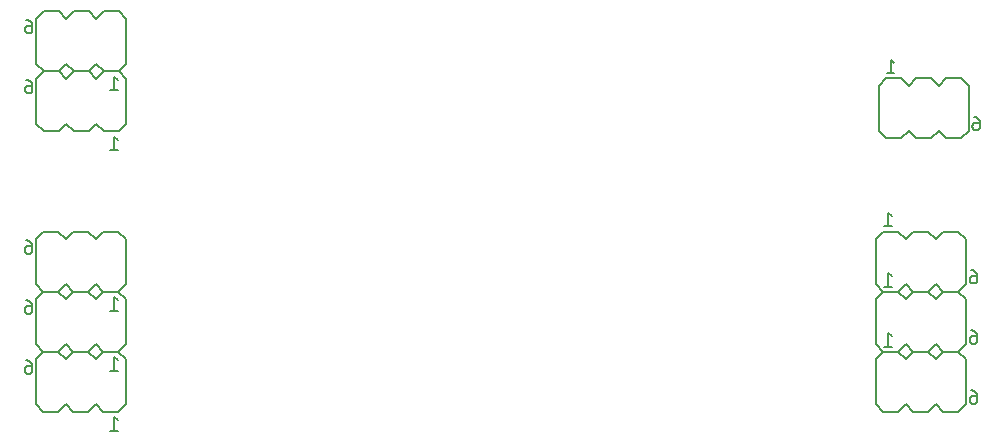
<source format=gbo>
G75*
%MOIN*%
%OFA0B0*%
%FSLAX25Y25*%
%IPPOS*%
%LPD*%
%AMOC8*
5,1,8,0,0,1.08239X$1,22.5*
%
%ADD10C,0.00600*%
%ADD11C,0.00500*%
D10*
X0009167Y0098500D02*
X0014167Y0098500D01*
X0016667Y0101000D01*
X0019167Y0098500D01*
X0024167Y0098500D01*
X0026667Y0101000D01*
X0029167Y0098500D01*
X0034167Y0098500D01*
X0036667Y0101000D01*
X0036667Y0116000D01*
X0034167Y0118500D01*
X0029167Y0118500D01*
X0026667Y0116000D01*
X0024167Y0118500D01*
X0019167Y0118500D01*
X0016667Y0116000D01*
X0014167Y0118500D01*
X0009167Y0118500D01*
X0006667Y0116000D01*
X0006667Y0101000D01*
X0009167Y0098500D01*
X0009167Y0118500D02*
X0014167Y0118500D01*
X0016667Y0121000D01*
X0019167Y0118500D01*
X0024167Y0118500D01*
X0026667Y0121000D01*
X0029167Y0118500D01*
X0034167Y0118500D01*
X0036667Y0121000D01*
X0036667Y0136000D01*
X0034167Y0138500D01*
X0029167Y0138500D01*
X0026667Y0141000D01*
X0024167Y0138500D01*
X0019167Y0138500D01*
X0016667Y0141000D01*
X0014167Y0138500D01*
X0009167Y0138500D01*
X0006667Y0141000D01*
X0006667Y0156000D01*
X0009167Y0158500D01*
X0014167Y0158500D01*
X0016667Y0156000D01*
X0019167Y0158500D01*
X0024167Y0158500D01*
X0026667Y0156000D01*
X0029167Y0158500D01*
X0034167Y0158500D01*
X0036667Y0156000D01*
X0036667Y0141000D01*
X0034167Y0138500D01*
X0029167Y0138500D01*
X0026667Y0136000D01*
X0024167Y0138500D01*
X0019167Y0138500D01*
X0016667Y0136000D01*
X0014167Y0138500D01*
X0009167Y0138500D01*
X0006667Y0136000D01*
X0006667Y0121000D01*
X0009167Y0118500D01*
X0009267Y0192000D02*
X0014267Y0192000D01*
X0016767Y0194500D01*
X0019267Y0192000D01*
X0024267Y0192000D01*
X0026767Y0194500D01*
X0029267Y0192000D01*
X0034267Y0192000D01*
X0036767Y0194500D01*
X0036767Y0209500D01*
X0034267Y0212000D01*
X0029267Y0212000D01*
X0026767Y0214500D01*
X0024267Y0212000D01*
X0019267Y0212000D01*
X0016767Y0214500D01*
X0014267Y0212000D01*
X0009267Y0212000D01*
X0006767Y0214500D01*
X0006767Y0229500D01*
X0009267Y0232000D01*
X0014267Y0232000D01*
X0016767Y0229500D01*
X0019267Y0232000D01*
X0024267Y0232000D01*
X0026767Y0229500D01*
X0029267Y0232000D01*
X0034267Y0232000D01*
X0036767Y0229500D01*
X0036767Y0214500D01*
X0034267Y0212000D01*
X0029267Y0212000D01*
X0026767Y0209500D01*
X0024267Y0212000D01*
X0019267Y0212000D01*
X0016767Y0209500D01*
X0014267Y0212000D01*
X0009267Y0212000D01*
X0006767Y0209500D01*
X0006767Y0194500D01*
X0009267Y0192000D01*
X0287567Y0192200D02*
X0287567Y0207200D01*
X0290067Y0209700D01*
X0295067Y0209700D01*
X0297567Y0207200D01*
X0300067Y0209700D01*
X0305067Y0209700D01*
X0307567Y0207200D01*
X0310067Y0209700D01*
X0315067Y0209700D01*
X0317567Y0207200D01*
X0317567Y0192200D01*
X0315067Y0189700D01*
X0310067Y0189700D01*
X0307567Y0192200D01*
X0305067Y0189700D01*
X0300067Y0189700D01*
X0297567Y0192200D01*
X0295067Y0189700D01*
X0290067Y0189700D01*
X0287567Y0192200D01*
X0289167Y0158600D02*
X0294167Y0158600D01*
X0296667Y0156100D01*
X0299167Y0158600D01*
X0304167Y0158600D01*
X0306667Y0156100D01*
X0309167Y0158600D01*
X0314167Y0158600D01*
X0316667Y0156100D01*
X0316667Y0141100D01*
X0314167Y0138600D01*
X0309167Y0138600D01*
X0306667Y0141100D01*
X0304167Y0138600D01*
X0299167Y0138600D01*
X0296667Y0141100D01*
X0294167Y0138600D01*
X0289167Y0138600D01*
X0286667Y0141100D01*
X0286667Y0156100D01*
X0289167Y0158600D01*
X0289167Y0138500D02*
X0294167Y0138500D01*
X0296667Y0136000D01*
X0299167Y0138500D01*
X0304167Y0138500D01*
X0306667Y0136000D01*
X0309167Y0138500D01*
X0314167Y0138500D01*
X0316667Y0136000D01*
X0316667Y0121000D01*
X0314167Y0118500D01*
X0309167Y0118500D01*
X0306667Y0121000D01*
X0304167Y0118500D01*
X0299167Y0118500D01*
X0296667Y0121000D01*
X0294167Y0118500D01*
X0289167Y0118500D01*
X0286667Y0121000D01*
X0286667Y0136000D01*
X0289167Y0138500D01*
X0289167Y0118500D02*
X0294167Y0118500D01*
X0296667Y0116000D01*
X0299167Y0118500D01*
X0304167Y0118500D01*
X0306667Y0116000D01*
X0309167Y0118500D01*
X0314167Y0118500D01*
X0316667Y0116000D01*
X0316667Y0101000D01*
X0314167Y0098500D01*
X0309167Y0098500D01*
X0306667Y0101000D01*
X0304167Y0098500D01*
X0299167Y0098500D01*
X0296667Y0101000D01*
X0294167Y0098500D01*
X0289167Y0098500D01*
X0286667Y0101000D01*
X0286667Y0116000D01*
X0289167Y0118500D01*
D11*
X0033917Y0092250D02*
X0031417Y0092250D01*
X0032667Y0092250D02*
X0032667Y0096750D01*
X0033917Y0095750D01*
X0033917Y0112250D02*
X0031417Y0112250D01*
X0032667Y0112250D02*
X0032667Y0116750D01*
X0033917Y0115750D01*
X0033917Y0132250D02*
X0031417Y0132250D01*
X0032667Y0132250D02*
X0032667Y0136750D01*
X0033917Y0135750D01*
X0005417Y0133750D02*
X0005417Y0132500D01*
X0005417Y0133750D02*
X0003917Y0133750D01*
X0005417Y0133750D02*
X0005415Y0133837D01*
X0005409Y0133924D01*
X0005400Y0134011D01*
X0005387Y0134097D01*
X0005370Y0134183D01*
X0005349Y0134268D01*
X0005324Y0134351D01*
X0005296Y0134434D01*
X0005265Y0134515D01*
X0005230Y0134595D01*
X0005191Y0134673D01*
X0005149Y0134750D01*
X0005104Y0134825D01*
X0005055Y0134897D01*
X0005004Y0134968D01*
X0004949Y0135036D01*
X0004892Y0135101D01*
X0004831Y0135164D01*
X0004768Y0135225D01*
X0004703Y0135282D01*
X0004635Y0135337D01*
X0004564Y0135388D01*
X0004492Y0135437D01*
X0004417Y0135482D01*
X0004340Y0135524D01*
X0004262Y0135563D01*
X0004182Y0135598D01*
X0004101Y0135629D01*
X0004018Y0135657D01*
X0003935Y0135682D01*
X0003850Y0135703D01*
X0003764Y0135720D01*
X0003678Y0135733D01*
X0003591Y0135742D01*
X0003504Y0135748D01*
X0003417Y0135750D01*
X0003917Y0133750D02*
X0003857Y0133748D01*
X0003796Y0133743D01*
X0003737Y0133734D01*
X0003678Y0133721D01*
X0003619Y0133705D01*
X0003562Y0133685D01*
X0003507Y0133662D01*
X0003452Y0133635D01*
X0003400Y0133606D01*
X0003349Y0133573D01*
X0003300Y0133537D01*
X0003254Y0133499D01*
X0003210Y0133457D01*
X0003168Y0133413D01*
X0003130Y0133367D01*
X0003094Y0133318D01*
X0003061Y0133267D01*
X0003032Y0133215D01*
X0003005Y0133160D01*
X0002982Y0133105D01*
X0002962Y0133048D01*
X0002946Y0132989D01*
X0002933Y0132930D01*
X0002924Y0132871D01*
X0002919Y0132810D01*
X0002917Y0132750D01*
X0002917Y0132500D01*
X0002919Y0132431D01*
X0002925Y0132362D01*
X0002934Y0132294D01*
X0002947Y0132227D01*
X0002964Y0132160D01*
X0002985Y0132094D01*
X0003009Y0132030D01*
X0003037Y0131967D01*
X0003068Y0131905D01*
X0003102Y0131845D01*
X0003140Y0131788D01*
X0003181Y0131732D01*
X0003224Y0131679D01*
X0003271Y0131628D01*
X0003320Y0131580D01*
X0003372Y0131535D01*
X0003427Y0131493D01*
X0003483Y0131454D01*
X0003542Y0131417D01*
X0003603Y0131385D01*
X0003665Y0131355D01*
X0003729Y0131329D01*
X0003794Y0131307D01*
X0003860Y0131288D01*
X0003927Y0131273D01*
X0003995Y0131262D01*
X0004064Y0131254D01*
X0004133Y0131250D01*
X0004201Y0131250D01*
X0004270Y0131254D01*
X0004339Y0131262D01*
X0004407Y0131273D01*
X0004474Y0131288D01*
X0004540Y0131307D01*
X0004605Y0131329D01*
X0004669Y0131355D01*
X0004731Y0131385D01*
X0004792Y0131417D01*
X0004851Y0131454D01*
X0004907Y0131493D01*
X0004962Y0131535D01*
X0005014Y0131580D01*
X0005063Y0131628D01*
X0005110Y0131679D01*
X0005153Y0131732D01*
X0005194Y0131788D01*
X0005232Y0131845D01*
X0005266Y0131905D01*
X0005297Y0131967D01*
X0005325Y0132030D01*
X0005349Y0132094D01*
X0005370Y0132160D01*
X0005387Y0132227D01*
X0005400Y0132294D01*
X0005409Y0132362D01*
X0005415Y0132431D01*
X0005417Y0132500D01*
X0005417Y0113750D02*
X0005417Y0112500D01*
X0005417Y0113750D02*
X0003917Y0113750D01*
X0005417Y0113750D02*
X0005415Y0113837D01*
X0005409Y0113924D01*
X0005400Y0114011D01*
X0005387Y0114097D01*
X0005370Y0114183D01*
X0005349Y0114268D01*
X0005324Y0114351D01*
X0005296Y0114434D01*
X0005265Y0114515D01*
X0005230Y0114595D01*
X0005191Y0114673D01*
X0005149Y0114750D01*
X0005104Y0114825D01*
X0005055Y0114897D01*
X0005004Y0114968D01*
X0004949Y0115036D01*
X0004892Y0115101D01*
X0004831Y0115164D01*
X0004768Y0115225D01*
X0004703Y0115282D01*
X0004635Y0115337D01*
X0004564Y0115388D01*
X0004492Y0115437D01*
X0004417Y0115482D01*
X0004340Y0115524D01*
X0004262Y0115563D01*
X0004182Y0115598D01*
X0004101Y0115629D01*
X0004018Y0115657D01*
X0003935Y0115682D01*
X0003850Y0115703D01*
X0003764Y0115720D01*
X0003678Y0115733D01*
X0003591Y0115742D01*
X0003504Y0115748D01*
X0003417Y0115750D01*
X0003917Y0113750D02*
X0003857Y0113748D01*
X0003796Y0113743D01*
X0003737Y0113734D01*
X0003678Y0113721D01*
X0003619Y0113705D01*
X0003562Y0113685D01*
X0003507Y0113662D01*
X0003452Y0113635D01*
X0003400Y0113606D01*
X0003349Y0113573D01*
X0003300Y0113537D01*
X0003254Y0113499D01*
X0003210Y0113457D01*
X0003168Y0113413D01*
X0003130Y0113367D01*
X0003094Y0113318D01*
X0003061Y0113267D01*
X0003032Y0113215D01*
X0003005Y0113160D01*
X0002982Y0113105D01*
X0002962Y0113048D01*
X0002946Y0112989D01*
X0002933Y0112930D01*
X0002924Y0112871D01*
X0002919Y0112810D01*
X0002917Y0112750D01*
X0002917Y0112500D01*
X0002919Y0112431D01*
X0002925Y0112362D01*
X0002934Y0112294D01*
X0002947Y0112227D01*
X0002964Y0112160D01*
X0002985Y0112094D01*
X0003009Y0112030D01*
X0003037Y0111967D01*
X0003068Y0111905D01*
X0003102Y0111845D01*
X0003140Y0111788D01*
X0003181Y0111732D01*
X0003224Y0111679D01*
X0003271Y0111628D01*
X0003320Y0111580D01*
X0003372Y0111535D01*
X0003427Y0111493D01*
X0003483Y0111454D01*
X0003542Y0111417D01*
X0003603Y0111385D01*
X0003665Y0111355D01*
X0003729Y0111329D01*
X0003794Y0111307D01*
X0003860Y0111288D01*
X0003927Y0111273D01*
X0003995Y0111262D01*
X0004064Y0111254D01*
X0004133Y0111250D01*
X0004201Y0111250D01*
X0004270Y0111254D01*
X0004339Y0111262D01*
X0004407Y0111273D01*
X0004474Y0111288D01*
X0004540Y0111307D01*
X0004605Y0111329D01*
X0004669Y0111355D01*
X0004731Y0111385D01*
X0004792Y0111417D01*
X0004851Y0111454D01*
X0004907Y0111493D01*
X0004962Y0111535D01*
X0005014Y0111580D01*
X0005063Y0111628D01*
X0005110Y0111679D01*
X0005153Y0111732D01*
X0005194Y0111788D01*
X0005232Y0111845D01*
X0005266Y0111905D01*
X0005297Y0111967D01*
X0005325Y0112030D01*
X0005349Y0112094D01*
X0005370Y0112160D01*
X0005387Y0112227D01*
X0005400Y0112294D01*
X0005409Y0112362D01*
X0005415Y0112431D01*
X0005417Y0112500D01*
X0005417Y0152500D02*
X0005417Y0153750D01*
X0003917Y0153750D01*
X0005417Y0153750D02*
X0005415Y0153837D01*
X0005409Y0153924D01*
X0005400Y0154011D01*
X0005387Y0154097D01*
X0005370Y0154183D01*
X0005349Y0154268D01*
X0005324Y0154351D01*
X0005296Y0154434D01*
X0005265Y0154515D01*
X0005230Y0154595D01*
X0005191Y0154673D01*
X0005149Y0154750D01*
X0005104Y0154825D01*
X0005055Y0154897D01*
X0005004Y0154968D01*
X0004949Y0155036D01*
X0004892Y0155101D01*
X0004831Y0155164D01*
X0004768Y0155225D01*
X0004703Y0155282D01*
X0004635Y0155337D01*
X0004564Y0155388D01*
X0004492Y0155437D01*
X0004417Y0155482D01*
X0004340Y0155524D01*
X0004262Y0155563D01*
X0004182Y0155598D01*
X0004101Y0155629D01*
X0004018Y0155657D01*
X0003935Y0155682D01*
X0003850Y0155703D01*
X0003764Y0155720D01*
X0003678Y0155733D01*
X0003591Y0155742D01*
X0003504Y0155748D01*
X0003417Y0155750D01*
X0003917Y0153750D02*
X0003857Y0153748D01*
X0003796Y0153743D01*
X0003737Y0153734D01*
X0003678Y0153721D01*
X0003619Y0153705D01*
X0003562Y0153685D01*
X0003507Y0153662D01*
X0003452Y0153635D01*
X0003400Y0153606D01*
X0003349Y0153573D01*
X0003300Y0153537D01*
X0003254Y0153499D01*
X0003210Y0153457D01*
X0003168Y0153413D01*
X0003130Y0153367D01*
X0003094Y0153318D01*
X0003061Y0153267D01*
X0003032Y0153215D01*
X0003005Y0153160D01*
X0002982Y0153105D01*
X0002962Y0153048D01*
X0002946Y0152989D01*
X0002933Y0152930D01*
X0002924Y0152871D01*
X0002919Y0152810D01*
X0002917Y0152750D01*
X0002917Y0152500D01*
X0002919Y0152431D01*
X0002925Y0152362D01*
X0002934Y0152294D01*
X0002947Y0152227D01*
X0002964Y0152160D01*
X0002985Y0152094D01*
X0003009Y0152030D01*
X0003037Y0151967D01*
X0003068Y0151905D01*
X0003102Y0151845D01*
X0003140Y0151788D01*
X0003181Y0151732D01*
X0003224Y0151679D01*
X0003271Y0151628D01*
X0003320Y0151580D01*
X0003372Y0151535D01*
X0003427Y0151493D01*
X0003483Y0151454D01*
X0003542Y0151417D01*
X0003603Y0151385D01*
X0003665Y0151355D01*
X0003729Y0151329D01*
X0003794Y0151307D01*
X0003860Y0151288D01*
X0003927Y0151273D01*
X0003995Y0151262D01*
X0004064Y0151254D01*
X0004133Y0151250D01*
X0004201Y0151250D01*
X0004270Y0151254D01*
X0004339Y0151262D01*
X0004407Y0151273D01*
X0004474Y0151288D01*
X0004540Y0151307D01*
X0004605Y0151329D01*
X0004669Y0151355D01*
X0004731Y0151385D01*
X0004792Y0151417D01*
X0004851Y0151454D01*
X0004907Y0151493D01*
X0004962Y0151535D01*
X0005014Y0151580D01*
X0005063Y0151628D01*
X0005110Y0151679D01*
X0005153Y0151732D01*
X0005194Y0151788D01*
X0005232Y0151845D01*
X0005266Y0151905D01*
X0005297Y0151967D01*
X0005325Y0152030D01*
X0005349Y0152094D01*
X0005370Y0152160D01*
X0005387Y0152227D01*
X0005400Y0152294D01*
X0005409Y0152362D01*
X0005415Y0152431D01*
X0005417Y0152500D01*
X0031517Y0185750D02*
X0034017Y0185750D01*
X0032767Y0185750D02*
X0032767Y0190250D01*
X0034017Y0189250D01*
X0034017Y0205750D02*
X0031517Y0205750D01*
X0032767Y0205750D02*
X0032767Y0210250D01*
X0034017Y0209250D01*
X0005517Y0207250D02*
X0005517Y0206000D01*
X0005517Y0207250D02*
X0004017Y0207250D01*
X0005517Y0207250D02*
X0005515Y0207337D01*
X0005509Y0207424D01*
X0005500Y0207511D01*
X0005487Y0207597D01*
X0005470Y0207683D01*
X0005449Y0207768D01*
X0005424Y0207851D01*
X0005396Y0207934D01*
X0005365Y0208015D01*
X0005330Y0208095D01*
X0005291Y0208173D01*
X0005249Y0208250D01*
X0005204Y0208325D01*
X0005155Y0208397D01*
X0005104Y0208468D01*
X0005049Y0208536D01*
X0004992Y0208601D01*
X0004931Y0208664D01*
X0004868Y0208725D01*
X0004803Y0208782D01*
X0004735Y0208837D01*
X0004664Y0208888D01*
X0004592Y0208937D01*
X0004517Y0208982D01*
X0004440Y0209024D01*
X0004362Y0209063D01*
X0004282Y0209098D01*
X0004201Y0209129D01*
X0004118Y0209157D01*
X0004035Y0209182D01*
X0003950Y0209203D01*
X0003864Y0209220D01*
X0003778Y0209233D01*
X0003691Y0209242D01*
X0003604Y0209248D01*
X0003517Y0209250D01*
X0004017Y0207250D02*
X0003957Y0207248D01*
X0003896Y0207243D01*
X0003837Y0207234D01*
X0003778Y0207221D01*
X0003719Y0207205D01*
X0003662Y0207185D01*
X0003607Y0207162D01*
X0003552Y0207135D01*
X0003500Y0207106D01*
X0003449Y0207073D01*
X0003400Y0207037D01*
X0003354Y0206999D01*
X0003310Y0206957D01*
X0003268Y0206913D01*
X0003230Y0206867D01*
X0003194Y0206818D01*
X0003161Y0206767D01*
X0003132Y0206715D01*
X0003105Y0206660D01*
X0003082Y0206605D01*
X0003062Y0206548D01*
X0003046Y0206489D01*
X0003033Y0206430D01*
X0003024Y0206371D01*
X0003019Y0206310D01*
X0003017Y0206250D01*
X0003017Y0206000D01*
X0003019Y0205931D01*
X0003025Y0205862D01*
X0003034Y0205794D01*
X0003047Y0205727D01*
X0003064Y0205660D01*
X0003085Y0205594D01*
X0003109Y0205530D01*
X0003137Y0205467D01*
X0003168Y0205405D01*
X0003202Y0205345D01*
X0003240Y0205288D01*
X0003281Y0205232D01*
X0003324Y0205179D01*
X0003371Y0205128D01*
X0003420Y0205080D01*
X0003472Y0205035D01*
X0003527Y0204993D01*
X0003583Y0204954D01*
X0003642Y0204917D01*
X0003703Y0204885D01*
X0003765Y0204855D01*
X0003829Y0204829D01*
X0003894Y0204807D01*
X0003960Y0204788D01*
X0004027Y0204773D01*
X0004095Y0204762D01*
X0004164Y0204754D01*
X0004233Y0204750D01*
X0004301Y0204750D01*
X0004370Y0204754D01*
X0004439Y0204762D01*
X0004507Y0204773D01*
X0004574Y0204788D01*
X0004640Y0204807D01*
X0004705Y0204829D01*
X0004769Y0204855D01*
X0004831Y0204885D01*
X0004892Y0204917D01*
X0004951Y0204954D01*
X0005007Y0204993D01*
X0005062Y0205035D01*
X0005114Y0205080D01*
X0005163Y0205128D01*
X0005210Y0205179D01*
X0005253Y0205232D01*
X0005294Y0205288D01*
X0005332Y0205345D01*
X0005366Y0205405D01*
X0005397Y0205467D01*
X0005425Y0205530D01*
X0005449Y0205594D01*
X0005470Y0205660D01*
X0005487Y0205727D01*
X0005500Y0205794D01*
X0005509Y0205862D01*
X0005515Y0205931D01*
X0005517Y0206000D01*
X0005517Y0226000D02*
X0005517Y0227250D01*
X0004017Y0227250D01*
X0005517Y0227250D02*
X0005515Y0227337D01*
X0005509Y0227424D01*
X0005500Y0227511D01*
X0005487Y0227597D01*
X0005470Y0227683D01*
X0005449Y0227768D01*
X0005424Y0227851D01*
X0005396Y0227934D01*
X0005365Y0228015D01*
X0005330Y0228095D01*
X0005291Y0228173D01*
X0005249Y0228250D01*
X0005204Y0228325D01*
X0005155Y0228397D01*
X0005104Y0228468D01*
X0005049Y0228536D01*
X0004992Y0228601D01*
X0004931Y0228664D01*
X0004868Y0228725D01*
X0004803Y0228782D01*
X0004735Y0228837D01*
X0004664Y0228888D01*
X0004592Y0228937D01*
X0004517Y0228982D01*
X0004440Y0229024D01*
X0004362Y0229063D01*
X0004282Y0229098D01*
X0004201Y0229129D01*
X0004118Y0229157D01*
X0004035Y0229182D01*
X0003950Y0229203D01*
X0003864Y0229220D01*
X0003778Y0229233D01*
X0003691Y0229242D01*
X0003604Y0229248D01*
X0003517Y0229250D01*
X0004017Y0227250D02*
X0003957Y0227248D01*
X0003896Y0227243D01*
X0003837Y0227234D01*
X0003778Y0227221D01*
X0003719Y0227205D01*
X0003662Y0227185D01*
X0003607Y0227162D01*
X0003552Y0227135D01*
X0003500Y0227106D01*
X0003449Y0227073D01*
X0003400Y0227037D01*
X0003354Y0226999D01*
X0003310Y0226957D01*
X0003268Y0226913D01*
X0003230Y0226867D01*
X0003194Y0226818D01*
X0003161Y0226767D01*
X0003132Y0226715D01*
X0003105Y0226660D01*
X0003082Y0226605D01*
X0003062Y0226548D01*
X0003046Y0226489D01*
X0003033Y0226430D01*
X0003024Y0226371D01*
X0003019Y0226310D01*
X0003017Y0226250D01*
X0003017Y0226000D01*
X0003019Y0225931D01*
X0003025Y0225862D01*
X0003034Y0225794D01*
X0003047Y0225727D01*
X0003064Y0225660D01*
X0003085Y0225594D01*
X0003109Y0225530D01*
X0003137Y0225467D01*
X0003168Y0225405D01*
X0003202Y0225345D01*
X0003240Y0225288D01*
X0003281Y0225232D01*
X0003324Y0225179D01*
X0003371Y0225128D01*
X0003420Y0225080D01*
X0003472Y0225035D01*
X0003527Y0224993D01*
X0003583Y0224954D01*
X0003642Y0224917D01*
X0003703Y0224885D01*
X0003765Y0224855D01*
X0003829Y0224829D01*
X0003894Y0224807D01*
X0003960Y0224788D01*
X0004027Y0224773D01*
X0004095Y0224762D01*
X0004164Y0224754D01*
X0004233Y0224750D01*
X0004301Y0224750D01*
X0004370Y0224754D01*
X0004439Y0224762D01*
X0004507Y0224773D01*
X0004574Y0224788D01*
X0004640Y0224807D01*
X0004705Y0224829D01*
X0004769Y0224855D01*
X0004831Y0224885D01*
X0004892Y0224917D01*
X0004951Y0224954D01*
X0005007Y0224993D01*
X0005062Y0225035D01*
X0005114Y0225080D01*
X0005163Y0225128D01*
X0005210Y0225179D01*
X0005253Y0225232D01*
X0005294Y0225288D01*
X0005332Y0225345D01*
X0005366Y0225405D01*
X0005397Y0225467D01*
X0005425Y0225530D01*
X0005449Y0225594D01*
X0005470Y0225660D01*
X0005487Y0225727D01*
X0005500Y0225794D01*
X0005509Y0225862D01*
X0005515Y0225931D01*
X0005517Y0226000D01*
X0290317Y0211450D02*
X0292817Y0211450D01*
X0291567Y0211450D02*
X0291567Y0215950D01*
X0292817Y0214950D01*
X0319317Y0196950D02*
X0319404Y0196948D01*
X0319491Y0196942D01*
X0319578Y0196933D01*
X0319664Y0196920D01*
X0319750Y0196903D01*
X0319835Y0196882D01*
X0319918Y0196857D01*
X0320001Y0196829D01*
X0320082Y0196798D01*
X0320162Y0196763D01*
X0320240Y0196724D01*
X0320317Y0196682D01*
X0320392Y0196637D01*
X0320464Y0196588D01*
X0320535Y0196537D01*
X0320603Y0196482D01*
X0320668Y0196425D01*
X0320731Y0196364D01*
X0320792Y0196301D01*
X0320849Y0196236D01*
X0320904Y0196168D01*
X0320955Y0196097D01*
X0321004Y0196025D01*
X0321049Y0195950D01*
X0321091Y0195873D01*
X0321130Y0195795D01*
X0321165Y0195715D01*
X0321196Y0195634D01*
X0321224Y0195551D01*
X0321249Y0195468D01*
X0321270Y0195383D01*
X0321287Y0195297D01*
X0321300Y0195211D01*
X0321309Y0195124D01*
X0321315Y0195037D01*
X0321317Y0194950D01*
X0321317Y0193700D01*
X0321317Y0194950D02*
X0319817Y0194950D01*
X0319757Y0194948D01*
X0319696Y0194943D01*
X0319637Y0194934D01*
X0319578Y0194921D01*
X0319519Y0194905D01*
X0319462Y0194885D01*
X0319407Y0194862D01*
X0319352Y0194835D01*
X0319300Y0194806D01*
X0319249Y0194773D01*
X0319200Y0194737D01*
X0319154Y0194699D01*
X0319110Y0194657D01*
X0319068Y0194613D01*
X0319030Y0194567D01*
X0318994Y0194518D01*
X0318961Y0194467D01*
X0318932Y0194415D01*
X0318905Y0194360D01*
X0318882Y0194305D01*
X0318862Y0194248D01*
X0318846Y0194189D01*
X0318833Y0194130D01*
X0318824Y0194071D01*
X0318819Y0194010D01*
X0318817Y0193950D01*
X0318817Y0193700D01*
X0318819Y0193631D01*
X0318825Y0193562D01*
X0318834Y0193494D01*
X0318847Y0193427D01*
X0318864Y0193360D01*
X0318885Y0193294D01*
X0318909Y0193230D01*
X0318937Y0193167D01*
X0318968Y0193105D01*
X0319002Y0193045D01*
X0319040Y0192988D01*
X0319081Y0192932D01*
X0319124Y0192879D01*
X0319171Y0192828D01*
X0319220Y0192780D01*
X0319272Y0192735D01*
X0319327Y0192693D01*
X0319383Y0192654D01*
X0319442Y0192617D01*
X0319503Y0192585D01*
X0319565Y0192555D01*
X0319629Y0192529D01*
X0319694Y0192507D01*
X0319760Y0192488D01*
X0319827Y0192473D01*
X0319895Y0192462D01*
X0319964Y0192454D01*
X0320033Y0192450D01*
X0320101Y0192450D01*
X0320170Y0192454D01*
X0320239Y0192462D01*
X0320307Y0192473D01*
X0320374Y0192488D01*
X0320440Y0192507D01*
X0320505Y0192529D01*
X0320569Y0192555D01*
X0320631Y0192585D01*
X0320692Y0192617D01*
X0320751Y0192654D01*
X0320807Y0192693D01*
X0320862Y0192735D01*
X0320914Y0192780D01*
X0320963Y0192828D01*
X0321010Y0192879D01*
X0321053Y0192932D01*
X0321094Y0192988D01*
X0321132Y0193045D01*
X0321166Y0193105D01*
X0321197Y0193167D01*
X0321225Y0193230D01*
X0321249Y0193294D01*
X0321270Y0193360D01*
X0321287Y0193427D01*
X0321300Y0193494D01*
X0321309Y0193562D01*
X0321315Y0193631D01*
X0321317Y0193700D01*
X0291917Y0163850D02*
X0290667Y0164850D01*
X0290667Y0160350D01*
X0291917Y0160350D02*
X0289417Y0160350D01*
X0290667Y0144750D02*
X0290667Y0140250D01*
X0291917Y0140250D02*
X0289417Y0140250D01*
X0291917Y0143750D02*
X0290667Y0144750D01*
X0290667Y0124750D02*
X0290667Y0120250D01*
X0291917Y0120250D02*
X0289417Y0120250D01*
X0291917Y0123750D02*
X0290667Y0124750D01*
X0317917Y0122750D02*
X0317917Y0122500D01*
X0317917Y0122750D02*
X0317919Y0122810D01*
X0317924Y0122871D01*
X0317933Y0122930D01*
X0317946Y0122989D01*
X0317962Y0123048D01*
X0317982Y0123105D01*
X0318005Y0123160D01*
X0318032Y0123215D01*
X0318061Y0123267D01*
X0318094Y0123318D01*
X0318130Y0123367D01*
X0318168Y0123413D01*
X0318210Y0123457D01*
X0318254Y0123499D01*
X0318300Y0123537D01*
X0318349Y0123573D01*
X0318400Y0123606D01*
X0318452Y0123635D01*
X0318507Y0123662D01*
X0318562Y0123685D01*
X0318619Y0123705D01*
X0318678Y0123721D01*
X0318737Y0123734D01*
X0318796Y0123743D01*
X0318857Y0123748D01*
X0318917Y0123750D01*
X0320417Y0123750D01*
X0320417Y0122500D01*
X0320415Y0122431D01*
X0320409Y0122362D01*
X0320400Y0122294D01*
X0320387Y0122227D01*
X0320370Y0122160D01*
X0320349Y0122094D01*
X0320325Y0122030D01*
X0320297Y0121967D01*
X0320266Y0121905D01*
X0320232Y0121845D01*
X0320194Y0121788D01*
X0320153Y0121732D01*
X0320110Y0121679D01*
X0320063Y0121628D01*
X0320014Y0121580D01*
X0319962Y0121535D01*
X0319907Y0121493D01*
X0319851Y0121454D01*
X0319792Y0121417D01*
X0319731Y0121385D01*
X0319669Y0121355D01*
X0319605Y0121329D01*
X0319540Y0121307D01*
X0319474Y0121288D01*
X0319407Y0121273D01*
X0319339Y0121262D01*
X0319270Y0121254D01*
X0319201Y0121250D01*
X0319133Y0121250D01*
X0319064Y0121254D01*
X0318995Y0121262D01*
X0318927Y0121273D01*
X0318860Y0121288D01*
X0318794Y0121307D01*
X0318729Y0121329D01*
X0318665Y0121355D01*
X0318603Y0121385D01*
X0318542Y0121417D01*
X0318483Y0121454D01*
X0318427Y0121493D01*
X0318372Y0121535D01*
X0318320Y0121580D01*
X0318271Y0121628D01*
X0318224Y0121679D01*
X0318181Y0121732D01*
X0318140Y0121788D01*
X0318102Y0121845D01*
X0318068Y0121905D01*
X0318037Y0121967D01*
X0318009Y0122030D01*
X0317985Y0122094D01*
X0317964Y0122160D01*
X0317947Y0122227D01*
X0317934Y0122294D01*
X0317925Y0122362D01*
X0317919Y0122431D01*
X0317917Y0122500D01*
X0320417Y0123750D02*
X0320415Y0123837D01*
X0320409Y0123924D01*
X0320400Y0124011D01*
X0320387Y0124097D01*
X0320370Y0124183D01*
X0320349Y0124268D01*
X0320324Y0124351D01*
X0320296Y0124434D01*
X0320265Y0124515D01*
X0320230Y0124595D01*
X0320191Y0124673D01*
X0320149Y0124750D01*
X0320104Y0124825D01*
X0320055Y0124897D01*
X0320004Y0124968D01*
X0319949Y0125036D01*
X0319892Y0125101D01*
X0319831Y0125164D01*
X0319768Y0125225D01*
X0319703Y0125282D01*
X0319635Y0125337D01*
X0319564Y0125388D01*
X0319492Y0125437D01*
X0319417Y0125482D01*
X0319340Y0125524D01*
X0319262Y0125563D01*
X0319182Y0125598D01*
X0319101Y0125629D01*
X0319018Y0125657D01*
X0318935Y0125682D01*
X0318850Y0125703D01*
X0318764Y0125720D01*
X0318678Y0125733D01*
X0318591Y0125742D01*
X0318504Y0125748D01*
X0318417Y0125750D01*
X0317917Y0142600D02*
X0317917Y0142850D01*
X0317919Y0142910D01*
X0317924Y0142971D01*
X0317933Y0143030D01*
X0317946Y0143089D01*
X0317962Y0143148D01*
X0317982Y0143205D01*
X0318005Y0143260D01*
X0318032Y0143315D01*
X0318061Y0143367D01*
X0318094Y0143418D01*
X0318130Y0143467D01*
X0318168Y0143513D01*
X0318210Y0143557D01*
X0318254Y0143599D01*
X0318300Y0143637D01*
X0318349Y0143673D01*
X0318400Y0143706D01*
X0318452Y0143735D01*
X0318507Y0143762D01*
X0318562Y0143785D01*
X0318619Y0143805D01*
X0318678Y0143821D01*
X0318737Y0143834D01*
X0318796Y0143843D01*
X0318857Y0143848D01*
X0318917Y0143850D01*
X0320417Y0143850D01*
X0320417Y0142600D01*
X0320415Y0142531D01*
X0320409Y0142462D01*
X0320400Y0142394D01*
X0320387Y0142327D01*
X0320370Y0142260D01*
X0320349Y0142194D01*
X0320325Y0142130D01*
X0320297Y0142067D01*
X0320266Y0142005D01*
X0320232Y0141945D01*
X0320194Y0141888D01*
X0320153Y0141832D01*
X0320110Y0141779D01*
X0320063Y0141728D01*
X0320014Y0141680D01*
X0319962Y0141635D01*
X0319907Y0141593D01*
X0319851Y0141554D01*
X0319792Y0141517D01*
X0319731Y0141485D01*
X0319669Y0141455D01*
X0319605Y0141429D01*
X0319540Y0141407D01*
X0319474Y0141388D01*
X0319407Y0141373D01*
X0319339Y0141362D01*
X0319270Y0141354D01*
X0319201Y0141350D01*
X0319133Y0141350D01*
X0319064Y0141354D01*
X0318995Y0141362D01*
X0318927Y0141373D01*
X0318860Y0141388D01*
X0318794Y0141407D01*
X0318729Y0141429D01*
X0318665Y0141455D01*
X0318603Y0141485D01*
X0318542Y0141517D01*
X0318483Y0141554D01*
X0318427Y0141593D01*
X0318372Y0141635D01*
X0318320Y0141680D01*
X0318271Y0141728D01*
X0318224Y0141779D01*
X0318181Y0141832D01*
X0318140Y0141888D01*
X0318102Y0141945D01*
X0318068Y0142005D01*
X0318037Y0142067D01*
X0318009Y0142130D01*
X0317985Y0142194D01*
X0317964Y0142260D01*
X0317947Y0142327D01*
X0317934Y0142394D01*
X0317925Y0142462D01*
X0317919Y0142531D01*
X0317917Y0142600D01*
X0320417Y0143850D02*
X0320415Y0143937D01*
X0320409Y0144024D01*
X0320400Y0144111D01*
X0320387Y0144197D01*
X0320370Y0144283D01*
X0320349Y0144368D01*
X0320324Y0144451D01*
X0320296Y0144534D01*
X0320265Y0144615D01*
X0320230Y0144695D01*
X0320191Y0144773D01*
X0320149Y0144850D01*
X0320104Y0144925D01*
X0320055Y0144997D01*
X0320004Y0145068D01*
X0319949Y0145136D01*
X0319892Y0145201D01*
X0319831Y0145264D01*
X0319768Y0145325D01*
X0319703Y0145382D01*
X0319635Y0145437D01*
X0319564Y0145488D01*
X0319492Y0145537D01*
X0319417Y0145582D01*
X0319340Y0145624D01*
X0319262Y0145663D01*
X0319182Y0145698D01*
X0319101Y0145729D01*
X0319018Y0145757D01*
X0318935Y0145782D01*
X0318850Y0145803D01*
X0318764Y0145820D01*
X0318678Y0145833D01*
X0318591Y0145842D01*
X0318504Y0145848D01*
X0318417Y0145850D01*
X0318417Y0105750D02*
X0318504Y0105748D01*
X0318591Y0105742D01*
X0318678Y0105733D01*
X0318764Y0105720D01*
X0318850Y0105703D01*
X0318935Y0105682D01*
X0319018Y0105657D01*
X0319101Y0105629D01*
X0319182Y0105598D01*
X0319262Y0105563D01*
X0319340Y0105524D01*
X0319417Y0105482D01*
X0319492Y0105437D01*
X0319564Y0105388D01*
X0319635Y0105337D01*
X0319703Y0105282D01*
X0319768Y0105225D01*
X0319831Y0105164D01*
X0319892Y0105101D01*
X0319949Y0105036D01*
X0320004Y0104968D01*
X0320055Y0104897D01*
X0320104Y0104825D01*
X0320149Y0104750D01*
X0320191Y0104673D01*
X0320230Y0104595D01*
X0320265Y0104515D01*
X0320296Y0104434D01*
X0320324Y0104351D01*
X0320349Y0104268D01*
X0320370Y0104183D01*
X0320387Y0104097D01*
X0320400Y0104011D01*
X0320409Y0103924D01*
X0320415Y0103837D01*
X0320417Y0103750D01*
X0320417Y0102500D01*
X0320417Y0103750D02*
X0318917Y0103750D01*
X0318857Y0103748D01*
X0318796Y0103743D01*
X0318737Y0103734D01*
X0318678Y0103721D01*
X0318619Y0103705D01*
X0318562Y0103685D01*
X0318507Y0103662D01*
X0318452Y0103635D01*
X0318400Y0103606D01*
X0318349Y0103573D01*
X0318300Y0103537D01*
X0318254Y0103499D01*
X0318210Y0103457D01*
X0318168Y0103413D01*
X0318130Y0103367D01*
X0318094Y0103318D01*
X0318061Y0103267D01*
X0318032Y0103215D01*
X0318005Y0103160D01*
X0317982Y0103105D01*
X0317962Y0103048D01*
X0317946Y0102989D01*
X0317933Y0102930D01*
X0317924Y0102871D01*
X0317919Y0102810D01*
X0317917Y0102750D01*
X0317917Y0102500D01*
X0317919Y0102431D01*
X0317925Y0102362D01*
X0317934Y0102294D01*
X0317947Y0102227D01*
X0317964Y0102160D01*
X0317985Y0102094D01*
X0318009Y0102030D01*
X0318037Y0101967D01*
X0318068Y0101905D01*
X0318102Y0101845D01*
X0318140Y0101788D01*
X0318181Y0101732D01*
X0318224Y0101679D01*
X0318271Y0101628D01*
X0318320Y0101580D01*
X0318372Y0101535D01*
X0318427Y0101493D01*
X0318483Y0101454D01*
X0318542Y0101417D01*
X0318603Y0101385D01*
X0318665Y0101355D01*
X0318729Y0101329D01*
X0318794Y0101307D01*
X0318860Y0101288D01*
X0318927Y0101273D01*
X0318995Y0101262D01*
X0319064Y0101254D01*
X0319133Y0101250D01*
X0319201Y0101250D01*
X0319270Y0101254D01*
X0319339Y0101262D01*
X0319407Y0101273D01*
X0319474Y0101288D01*
X0319540Y0101307D01*
X0319605Y0101329D01*
X0319669Y0101355D01*
X0319731Y0101385D01*
X0319792Y0101417D01*
X0319851Y0101454D01*
X0319907Y0101493D01*
X0319962Y0101535D01*
X0320014Y0101580D01*
X0320063Y0101628D01*
X0320110Y0101679D01*
X0320153Y0101732D01*
X0320194Y0101788D01*
X0320232Y0101845D01*
X0320266Y0101905D01*
X0320297Y0101967D01*
X0320325Y0102030D01*
X0320349Y0102094D01*
X0320370Y0102160D01*
X0320387Y0102227D01*
X0320400Y0102294D01*
X0320409Y0102362D01*
X0320415Y0102431D01*
X0320417Y0102500D01*
M02*

</source>
